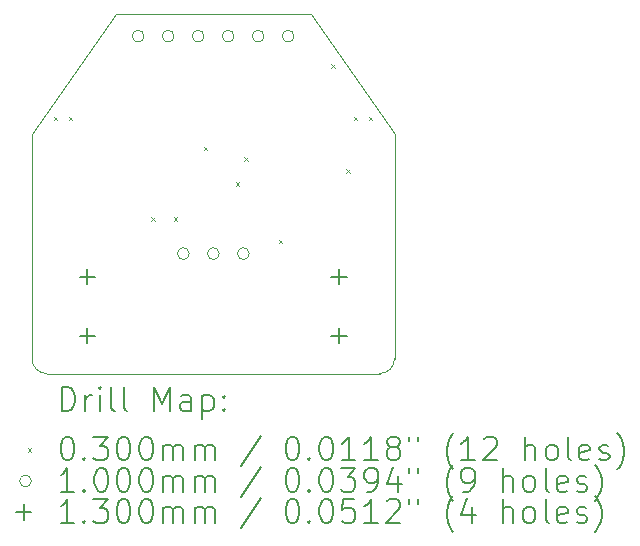
<source format=gbr>
%TF.GenerationSoftware,KiCad,Pcbnew,(6.0.7)*%
%TF.CreationDate,2022-10-10T17:10:13+03:00*%
%TF.ProjectId,DiLight_2.0,44694c69-6768-4745-9f32-2e302e6b6963,rev?*%
%TF.SameCoordinates,Original*%
%TF.FileFunction,Drillmap*%
%TF.FilePolarity,Positive*%
%FSLAX45Y45*%
G04 Gerber Fmt 4.5, Leading zero omitted, Abs format (unit mm)*
G04 Created by KiCad (PCBNEW (6.0.7)) date 2022-10-10 17:10:13*
%MOMM*%
%LPD*%
G01*
G04 APERTURE LIST*
%ADD10C,0.100000*%
%ADD11C,0.200000*%
%ADD12C,0.030000*%
%ADD13C,0.130000*%
G04 APERTURE END LIST*
D10*
X2022000Y-4572000D02*
G75*
G03*
X2149000Y-4699000I127000J0D01*
G01*
X2149000Y-4699000D02*
X4965000Y-4699000D01*
X4381500Y-1651000D02*
X5092000Y-2667000D01*
X2022000Y-2667000D02*
X2730500Y-1651000D01*
X4965000Y-4699000D02*
G75*
G03*
X5092000Y-4572000I0J127000D01*
G01*
X2730500Y-1651000D02*
X4381500Y-1651000D01*
X5092000Y-4572000D02*
X5092000Y-2667000D01*
X2022000Y-4572000D02*
X2022000Y-2667000D01*
D11*
D12*
X2207500Y-2525000D02*
X2237500Y-2555000D01*
X2237500Y-2525000D02*
X2207500Y-2555000D01*
X2334500Y-2525000D02*
X2364500Y-2555000D01*
X2364500Y-2525000D02*
X2334500Y-2555000D01*
X3031000Y-3376000D02*
X3061000Y-3406000D01*
X3061000Y-3376000D02*
X3031000Y-3406000D01*
X3221000Y-3376000D02*
X3251000Y-3406000D01*
X3251000Y-3376000D02*
X3221000Y-3406000D01*
X3477500Y-2779000D02*
X3507500Y-2809000D01*
X3507500Y-2779000D02*
X3477500Y-2809000D01*
X3747000Y-3077000D02*
X3777000Y-3107000D01*
X3777000Y-3077000D02*
X3747000Y-3107000D01*
X3817000Y-2867000D02*
X3847000Y-2897000D01*
X3847000Y-2867000D02*
X3817000Y-2897000D01*
X4112500Y-3567000D02*
X4142500Y-3597000D01*
X4142500Y-3567000D02*
X4112500Y-3597000D01*
X4557000Y-2080500D02*
X4587000Y-2110500D01*
X4587000Y-2080500D02*
X4557000Y-2110500D01*
X4684000Y-2969500D02*
X4714000Y-2999500D01*
X4714000Y-2969500D02*
X4684000Y-2999500D01*
X4747500Y-2525000D02*
X4777500Y-2555000D01*
X4777500Y-2525000D02*
X4747500Y-2555000D01*
X4874500Y-2525000D02*
X4904500Y-2555000D01*
X4904500Y-2525000D02*
X4874500Y-2555000D01*
D10*
X2971000Y-1841500D02*
G75*
G03*
X2971000Y-1841500I-50000J0D01*
G01*
X3225000Y-1841500D02*
G75*
G03*
X3225000Y-1841500I-50000J0D01*
G01*
X3353500Y-3683000D02*
G75*
G03*
X3353500Y-3683000I-50000J0D01*
G01*
X3479000Y-1841500D02*
G75*
G03*
X3479000Y-1841500I-50000J0D01*
G01*
X3607500Y-3683000D02*
G75*
G03*
X3607500Y-3683000I-50000J0D01*
G01*
X3733000Y-1841500D02*
G75*
G03*
X3733000Y-1841500I-50000J0D01*
G01*
X3861500Y-3683000D02*
G75*
G03*
X3861500Y-3683000I-50000J0D01*
G01*
X3987000Y-1841500D02*
G75*
G03*
X3987000Y-1841500I-50000J0D01*
G01*
X4241000Y-1841500D02*
G75*
G03*
X4241000Y-1841500I-50000J0D01*
G01*
D13*
X2490000Y-3812500D02*
X2490000Y-3942500D01*
X2425000Y-3877500D02*
X2555000Y-3877500D01*
X2490000Y-4312500D02*
X2490000Y-4442500D01*
X2425000Y-4377500D02*
X2555000Y-4377500D01*
X4622000Y-3812500D02*
X4622000Y-3942500D01*
X4557000Y-3877500D02*
X4687000Y-3877500D01*
X4622000Y-4312500D02*
X4622000Y-4442500D01*
X4557000Y-4377500D02*
X4687000Y-4377500D01*
D11*
X2274619Y-5014476D02*
X2274619Y-4814476D01*
X2322238Y-4814476D01*
X2350810Y-4824000D01*
X2369857Y-4843048D01*
X2379381Y-4862095D01*
X2388905Y-4900190D01*
X2388905Y-4928762D01*
X2379381Y-4966857D01*
X2369857Y-4985905D01*
X2350810Y-5004952D01*
X2322238Y-5014476D01*
X2274619Y-5014476D01*
X2474619Y-5014476D02*
X2474619Y-4881143D01*
X2474619Y-4919238D02*
X2484143Y-4900190D01*
X2493667Y-4890667D01*
X2512714Y-4881143D01*
X2531762Y-4881143D01*
X2598429Y-5014476D02*
X2598429Y-4881143D01*
X2598429Y-4814476D02*
X2588905Y-4824000D01*
X2598429Y-4833524D01*
X2607952Y-4824000D01*
X2598429Y-4814476D01*
X2598429Y-4833524D01*
X2722238Y-5014476D02*
X2703190Y-5004952D01*
X2693667Y-4985905D01*
X2693667Y-4814476D01*
X2827000Y-5014476D02*
X2807952Y-5004952D01*
X2798428Y-4985905D01*
X2798428Y-4814476D01*
X3055571Y-5014476D02*
X3055571Y-4814476D01*
X3122238Y-4957333D01*
X3188905Y-4814476D01*
X3188905Y-5014476D01*
X3369857Y-5014476D02*
X3369857Y-4909714D01*
X3360333Y-4890667D01*
X3341286Y-4881143D01*
X3303190Y-4881143D01*
X3284143Y-4890667D01*
X3369857Y-5004952D02*
X3350809Y-5014476D01*
X3303190Y-5014476D01*
X3284143Y-5004952D01*
X3274619Y-4985905D01*
X3274619Y-4966857D01*
X3284143Y-4947810D01*
X3303190Y-4938286D01*
X3350809Y-4938286D01*
X3369857Y-4928762D01*
X3465095Y-4881143D02*
X3465095Y-5081143D01*
X3465095Y-4890667D02*
X3484143Y-4881143D01*
X3522238Y-4881143D01*
X3541286Y-4890667D01*
X3550809Y-4900190D01*
X3560333Y-4919238D01*
X3560333Y-4976381D01*
X3550809Y-4995429D01*
X3541286Y-5004952D01*
X3522238Y-5014476D01*
X3484143Y-5014476D01*
X3465095Y-5004952D01*
X3646048Y-4995429D02*
X3655571Y-5004952D01*
X3646048Y-5014476D01*
X3636524Y-5004952D01*
X3646048Y-4995429D01*
X3646048Y-5014476D01*
X3646048Y-4890667D02*
X3655571Y-4900190D01*
X3646048Y-4909714D01*
X3636524Y-4900190D01*
X3646048Y-4890667D01*
X3646048Y-4909714D01*
D12*
X1987000Y-5329000D02*
X2017000Y-5359000D01*
X2017000Y-5329000D02*
X1987000Y-5359000D01*
D11*
X2312714Y-5234476D02*
X2331762Y-5234476D01*
X2350810Y-5244000D01*
X2360333Y-5253524D01*
X2369857Y-5272571D01*
X2379381Y-5310667D01*
X2379381Y-5358286D01*
X2369857Y-5396381D01*
X2360333Y-5415429D01*
X2350810Y-5424952D01*
X2331762Y-5434476D01*
X2312714Y-5434476D01*
X2293667Y-5424952D01*
X2284143Y-5415429D01*
X2274619Y-5396381D01*
X2265095Y-5358286D01*
X2265095Y-5310667D01*
X2274619Y-5272571D01*
X2284143Y-5253524D01*
X2293667Y-5244000D01*
X2312714Y-5234476D01*
X2465095Y-5415429D02*
X2474619Y-5424952D01*
X2465095Y-5434476D01*
X2455571Y-5424952D01*
X2465095Y-5415429D01*
X2465095Y-5434476D01*
X2541286Y-5234476D02*
X2665095Y-5234476D01*
X2598429Y-5310667D01*
X2627000Y-5310667D01*
X2646048Y-5320190D01*
X2655571Y-5329714D01*
X2665095Y-5348762D01*
X2665095Y-5396381D01*
X2655571Y-5415429D01*
X2646048Y-5424952D01*
X2627000Y-5434476D01*
X2569857Y-5434476D01*
X2550810Y-5424952D01*
X2541286Y-5415429D01*
X2788905Y-5234476D02*
X2807952Y-5234476D01*
X2827000Y-5244000D01*
X2836524Y-5253524D01*
X2846048Y-5272571D01*
X2855571Y-5310667D01*
X2855571Y-5358286D01*
X2846048Y-5396381D01*
X2836524Y-5415429D01*
X2827000Y-5424952D01*
X2807952Y-5434476D01*
X2788905Y-5434476D01*
X2769857Y-5424952D01*
X2760333Y-5415429D01*
X2750810Y-5396381D01*
X2741286Y-5358286D01*
X2741286Y-5310667D01*
X2750810Y-5272571D01*
X2760333Y-5253524D01*
X2769857Y-5244000D01*
X2788905Y-5234476D01*
X2979381Y-5234476D02*
X2998428Y-5234476D01*
X3017476Y-5244000D01*
X3027000Y-5253524D01*
X3036524Y-5272571D01*
X3046048Y-5310667D01*
X3046048Y-5358286D01*
X3036524Y-5396381D01*
X3027000Y-5415429D01*
X3017476Y-5424952D01*
X2998428Y-5434476D01*
X2979381Y-5434476D01*
X2960333Y-5424952D01*
X2950809Y-5415429D01*
X2941286Y-5396381D01*
X2931762Y-5358286D01*
X2931762Y-5310667D01*
X2941286Y-5272571D01*
X2950809Y-5253524D01*
X2960333Y-5244000D01*
X2979381Y-5234476D01*
X3131762Y-5434476D02*
X3131762Y-5301143D01*
X3131762Y-5320190D02*
X3141286Y-5310667D01*
X3160333Y-5301143D01*
X3188905Y-5301143D01*
X3207952Y-5310667D01*
X3217476Y-5329714D01*
X3217476Y-5434476D01*
X3217476Y-5329714D02*
X3227000Y-5310667D01*
X3246048Y-5301143D01*
X3274619Y-5301143D01*
X3293667Y-5310667D01*
X3303190Y-5329714D01*
X3303190Y-5434476D01*
X3398428Y-5434476D02*
X3398428Y-5301143D01*
X3398428Y-5320190D02*
X3407952Y-5310667D01*
X3427000Y-5301143D01*
X3455571Y-5301143D01*
X3474619Y-5310667D01*
X3484143Y-5329714D01*
X3484143Y-5434476D01*
X3484143Y-5329714D02*
X3493667Y-5310667D01*
X3512714Y-5301143D01*
X3541286Y-5301143D01*
X3560333Y-5310667D01*
X3569857Y-5329714D01*
X3569857Y-5434476D01*
X3960333Y-5224952D02*
X3788905Y-5482095D01*
X4217476Y-5234476D02*
X4236524Y-5234476D01*
X4255571Y-5244000D01*
X4265095Y-5253524D01*
X4274619Y-5272571D01*
X4284143Y-5310667D01*
X4284143Y-5358286D01*
X4274619Y-5396381D01*
X4265095Y-5415429D01*
X4255571Y-5424952D01*
X4236524Y-5434476D01*
X4217476Y-5434476D01*
X4198429Y-5424952D01*
X4188905Y-5415429D01*
X4179381Y-5396381D01*
X4169857Y-5358286D01*
X4169857Y-5310667D01*
X4179381Y-5272571D01*
X4188905Y-5253524D01*
X4198429Y-5244000D01*
X4217476Y-5234476D01*
X4369857Y-5415429D02*
X4379381Y-5424952D01*
X4369857Y-5434476D01*
X4360333Y-5424952D01*
X4369857Y-5415429D01*
X4369857Y-5434476D01*
X4503190Y-5234476D02*
X4522238Y-5234476D01*
X4541286Y-5244000D01*
X4550810Y-5253524D01*
X4560333Y-5272571D01*
X4569857Y-5310667D01*
X4569857Y-5358286D01*
X4560333Y-5396381D01*
X4550810Y-5415429D01*
X4541286Y-5424952D01*
X4522238Y-5434476D01*
X4503190Y-5434476D01*
X4484143Y-5424952D01*
X4474619Y-5415429D01*
X4465095Y-5396381D01*
X4455571Y-5358286D01*
X4455571Y-5310667D01*
X4465095Y-5272571D01*
X4474619Y-5253524D01*
X4484143Y-5244000D01*
X4503190Y-5234476D01*
X4760333Y-5434476D02*
X4646048Y-5434476D01*
X4703190Y-5434476D02*
X4703190Y-5234476D01*
X4684143Y-5263048D01*
X4665095Y-5282095D01*
X4646048Y-5291619D01*
X4950810Y-5434476D02*
X4836524Y-5434476D01*
X4893667Y-5434476D02*
X4893667Y-5234476D01*
X4874619Y-5263048D01*
X4855571Y-5282095D01*
X4836524Y-5291619D01*
X5065095Y-5320190D02*
X5046048Y-5310667D01*
X5036524Y-5301143D01*
X5027000Y-5282095D01*
X5027000Y-5272571D01*
X5036524Y-5253524D01*
X5046048Y-5244000D01*
X5065095Y-5234476D01*
X5103190Y-5234476D01*
X5122238Y-5244000D01*
X5131762Y-5253524D01*
X5141286Y-5272571D01*
X5141286Y-5282095D01*
X5131762Y-5301143D01*
X5122238Y-5310667D01*
X5103190Y-5320190D01*
X5065095Y-5320190D01*
X5046048Y-5329714D01*
X5036524Y-5339238D01*
X5027000Y-5358286D01*
X5027000Y-5396381D01*
X5036524Y-5415429D01*
X5046048Y-5424952D01*
X5065095Y-5434476D01*
X5103190Y-5434476D01*
X5122238Y-5424952D01*
X5131762Y-5415429D01*
X5141286Y-5396381D01*
X5141286Y-5358286D01*
X5131762Y-5339238D01*
X5122238Y-5329714D01*
X5103190Y-5320190D01*
X5217476Y-5234476D02*
X5217476Y-5272571D01*
X5293667Y-5234476D02*
X5293667Y-5272571D01*
X5588905Y-5510667D02*
X5579381Y-5501143D01*
X5560333Y-5472571D01*
X5550810Y-5453524D01*
X5541286Y-5424952D01*
X5531762Y-5377333D01*
X5531762Y-5339238D01*
X5541286Y-5291619D01*
X5550810Y-5263048D01*
X5560333Y-5244000D01*
X5579381Y-5215429D01*
X5588905Y-5205905D01*
X5769857Y-5434476D02*
X5655571Y-5434476D01*
X5712714Y-5434476D02*
X5712714Y-5234476D01*
X5693667Y-5263048D01*
X5674619Y-5282095D01*
X5655571Y-5291619D01*
X5846048Y-5253524D02*
X5855571Y-5244000D01*
X5874619Y-5234476D01*
X5922238Y-5234476D01*
X5941286Y-5244000D01*
X5950809Y-5253524D01*
X5960333Y-5272571D01*
X5960333Y-5291619D01*
X5950809Y-5320190D01*
X5836524Y-5434476D01*
X5960333Y-5434476D01*
X6198428Y-5434476D02*
X6198428Y-5234476D01*
X6284143Y-5434476D02*
X6284143Y-5329714D01*
X6274619Y-5310667D01*
X6255571Y-5301143D01*
X6227000Y-5301143D01*
X6207952Y-5310667D01*
X6198428Y-5320190D01*
X6407952Y-5434476D02*
X6388905Y-5424952D01*
X6379381Y-5415429D01*
X6369857Y-5396381D01*
X6369857Y-5339238D01*
X6379381Y-5320190D01*
X6388905Y-5310667D01*
X6407952Y-5301143D01*
X6436524Y-5301143D01*
X6455571Y-5310667D01*
X6465095Y-5320190D01*
X6474619Y-5339238D01*
X6474619Y-5396381D01*
X6465095Y-5415429D01*
X6455571Y-5424952D01*
X6436524Y-5434476D01*
X6407952Y-5434476D01*
X6588905Y-5434476D02*
X6569857Y-5424952D01*
X6560333Y-5405905D01*
X6560333Y-5234476D01*
X6741286Y-5424952D02*
X6722238Y-5434476D01*
X6684143Y-5434476D01*
X6665095Y-5424952D01*
X6655571Y-5405905D01*
X6655571Y-5329714D01*
X6665095Y-5310667D01*
X6684143Y-5301143D01*
X6722238Y-5301143D01*
X6741286Y-5310667D01*
X6750809Y-5329714D01*
X6750809Y-5348762D01*
X6655571Y-5367810D01*
X6827000Y-5424952D02*
X6846048Y-5434476D01*
X6884143Y-5434476D01*
X6903190Y-5424952D01*
X6912714Y-5405905D01*
X6912714Y-5396381D01*
X6903190Y-5377333D01*
X6884143Y-5367810D01*
X6855571Y-5367810D01*
X6836524Y-5358286D01*
X6827000Y-5339238D01*
X6827000Y-5329714D01*
X6836524Y-5310667D01*
X6855571Y-5301143D01*
X6884143Y-5301143D01*
X6903190Y-5310667D01*
X6979381Y-5510667D02*
X6988905Y-5501143D01*
X7007952Y-5472571D01*
X7017476Y-5453524D01*
X7027000Y-5424952D01*
X7036524Y-5377333D01*
X7036524Y-5339238D01*
X7027000Y-5291619D01*
X7017476Y-5263048D01*
X7007952Y-5244000D01*
X6988905Y-5215429D01*
X6979381Y-5205905D01*
D10*
X2017000Y-5608000D02*
G75*
G03*
X2017000Y-5608000I-50000J0D01*
G01*
D11*
X2379381Y-5698476D02*
X2265095Y-5698476D01*
X2322238Y-5698476D02*
X2322238Y-5498476D01*
X2303190Y-5527048D01*
X2284143Y-5546095D01*
X2265095Y-5555619D01*
X2465095Y-5679428D02*
X2474619Y-5688952D01*
X2465095Y-5698476D01*
X2455571Y-5688952D01*
X2465095Y-5679428D01*
X2465095Y-5698476D01*
X2598429Y-5498476D02*
X2617476Y-5498476D01*
X2636524Y-5508000D01*
X2646048Y-5517524D01*
X2655571Y-5536571D01*
X2665095Y-5574667D01*
X2665095Y-5622286D01*
X2655571Y-5660381D01*
X2646048Y-5679428D01*
X2636524Y-5688952D01*
X2617476Y-5698476D01*
X2598429Y-5698476D01*
X2579381Y-5688952D01*
X2569857Y-5679428D01*
X2560333Y-5660381D01*
X2550810Y-5622286D01*
X2550810Y-5574667D01*
X2560333Y-5536571D01*
X2569857Y-5517524D01*
X2579381Y-5508000D01*
X2598429Y-5498476D01*
X2788905Y-5498476D02*
X2807952Y-5498476D01*
X2827000Y-5508000D01*
X2836524Y-5517524D01*
X2846048Y-5536571D01*
X2855571Y-5574667D01*
X2855571Y-5622286D01*
X2846048Y-5660381D01*
X2836524Y-5679428D01*
X2827000Y-5688952D01*
X2807952Y-5698476D01*
X2788905Y-5698476D01*
X2769857Y-5688952D01*
X2760333Y-5679428D01*
X2750810Y-5660381D01*
X2741286Y-5622286D01*
X2741286Y-5574667D01*
X2750810Y-5536571D01*
X2760333Y-5517524D01*
X2769857Y-5508000D01*
X2788905Y-5498476D01*
X2979381Y-5498476D02*
X2998428Y-5498476D01*
X3017476Y-5508000D01*
X3027000Y-5517524D01*
X3036524Y-5536571D01*
X3046048Y-5574667D01*
X3046048Y-5622286D01*
X3036524Y-5660381D01*
X3027000Y-5679428D01*
X3017476Y-5688952D01*
X2998428Y-5698476D01*
X2979381Y-5698476D01*
X2960333Y-5688952D01*
X2950809Y-5679428D01*
X2941286Y-5660381D01*
X2931762Y-5622286D01*
X2931762Y-5574667D01*
X2941286Y-5536571D01*
X2950809Y-5517524D01*
X2960333Y-5508000D01*
X2979381Y-5498476D01*
X3131762Y-5698476D02*
X3131762Y-5565143D01*
X3131762Y-5584190D02*
X3141286Y-5574667D01*
X3160333Y-5565143D01*
X3188905Y-5565143D01*
X3207952Y-5574667D01*
X3217476Y-5593714D01*
X3217476Y-5698476D01*
X3217476Y-5593714D02*
X3227000Y-5574667D01*
X3246048Y-5565143D01*
X3274619Y-5565143D01*
X3293667Y-5574667D01*
X3303190Y-5593714D01*
X3303190Y-5698476D01*
X3398428Y-5698476D02*
X3398428Y-5565143D01*
X3398428Y-5584190D02*
X3407952Y-5574667D01*
X3427000Y-5565143D01*
X3455571Y-5565143D01*
X3474619Y-5574667D01*
X3484143Y-5593714D01*
X3484143Y-5698476D01*
X3484143Y-5593714D02*
X3493667Y-5574667D01*
X3512714Y-5565143D01*
X3541286Y-5565143D01*
X3560333Y-5574667D01*
X3569857Y-5593714D01*
X3569857Y-5698476D01*
X3960333Y-5488952D02*
X3788905Y-5746095D01*
X4217476Y-5498476D02*
X4236524Y-5498476D01*
X4255571Y-5508000D01*
X4265095Y-5517524D01*
X4274619Y-5536571D01*
X4284143Y-5574667D01*
X4284143Y-5622286D01*
X4274619Y-5660381D01*
X4265095Y-5679428D01*
X4255571Y-5688952D01*
X4236524Y-5698476D01*
X4217476Y-5698476D01*
X4198429Y-5688952D01*
X4188905Y-5679428D01*
X4179381Y-5660381D01*
X4169857Y-5622286D01*
X4169857Y-5574667D01*
X4179381Y-5536571D01*
X4188905Y-5517524D01*
X4198429Y-5508000D01*
X4217476Y-5498476D01*
X4369857Y-5679428D02*
X4379381Y-5688952D01*
X4369857Y-5698476D01*
X4360333Y-5688952D01*
X4369857Y-5679428D01*
X4369857Y-5698476D01*
X4503190Y-5498476D02*
X4522238Y-5498476D01*
X4541286Y-5508000D01*
X4550810Y-5517524D01*
X4560333Y-5536571D01*
X4569857Y-5574667D01*
X4569857Y-5622286D01*
X4560333Y-5660381D01*
X4550810Y-5679428D01*
X4541286Y-5688952D01*
X4522238Y-5698476D01*
X4503190Y-5698476D01*
X4484143Y-5688952D01*
X4474619Y-5679428D01*
X4465095Y-5660381D01*
X4455571Y-5622286D01*
X4455571Y-5574667D01*
X4465095Y-5536571D01*
X4474619Y-5517524D01*
X4484143Y-5508000D01*
X4503190Y-5498476D01*
X4636524Y-5498476D02*
X4760333Y-5498476D01*
X4693667Y-5574667D01*
X4722238Y-5574667D01*
X4741286Y-5584190D01*
X4750810Y-5593714D01*
X4760333Y-5612762D01*
X4760333Y-5660381D01*
X4750810Y-5679428D01*
X4741286Y-5688952D01*
X4722238Y-5698476D01*
X4665095Y-5698476D01*
X4646048Y-5688952D01*
X4636524Y-5679428D01*
X4855571Y-5698476D02*
X4893667Y-5698476D01*
X4912714Y-5688952D01*
X4922238Y-5679428D01*
X4941286Y-5650857D01*
X4950810Y-5612762D01*
X4950810Y-5536571D01*
X4941286Y-5517524D01*
X4931762Y-5508000D01*
X4912714Y-5498476D01*
X4874619Y-5498476D01*
X4855571Y-5508000D01*
X4846048Y-5517524D01*
X4836524Y-5536571D01*
X4836524Y-5584190D01*
X4846048Y-5603238D01*
X4855571Y-5612762D01*
X4874619Y-5622286D01*
X4912714Y-5622286D01*
X4931762Y-5612762D01*
X4941286Y-5603238D01*
X4950810Y-5584190D01*
X5122238Y-5565143D02*
X5122238Y-5698476D01*
X5074619Y-5488952D02*
X5027000Y-5631809D01*
X5150810Y-5631809D01*
X5217476Y-5498476D02*
X5217476Y-5536571D01*
X5293667Y-5498476D02*
X5293667Y-5536571D01*
X5588905Y-5774667D02*
X5579381Y-5765143D01*
X5560333Y-5736571D01*
X5550810Y-5717524D01*
X5541286Y-5688952D01*
X5531762Y-5641333D01*
X5531762Y-5603238D01*
X5541286Y-5555619D01*
X5550810Y-5527048D01*
X5560333Y-5508000D01*
X5579381Y-5479429D01*
X5588905Y-5469905D01*
X5674619Y-5698476D02*
X5712714Y-5698476D01*
X5731762Y-5688952D01*
X5741286Y-5679428D01*
X5760333Y-5650857D01*
X5769857Y-5612762D01*
X5769857Y-5536571D01*
X5760333Y-5517524D01*
X5750809Y-5508000D01*
X5731762Y-5498476D01*
X5693667Y-5498476D01*
X5674619Y-5508000D01*
X5665095Y-5517524D01*
X5655571Y-5536571D01*
X5655571Y-5584190D01*
X5665095Y-5603238D01*
X5674619Y-5612762D01*
X5693667Y-5622286D01*
X5731762Y-5622286D01*
X5750809Y-5612762D01*
X5760333Y-5603238D01*
X5769857Y-5584190D01*
X6007952Y-5698476D02*
X6007952Y-5498476D01*
X6093667Y-5698476D02*
X6093667Y-5593714D01*
X6084143Y-5574667D01*
X6065095Y-5565143D01*
X6036524Y-5565143D01*
X6017476Y-5574667D01*
X6007952Y-5584190D01*
X6217476Y-5698476D02*
X6198428Y-5688952D01*
X6188905Y-5679428D01*
X6179381Y-5660381D01*
X6179381Y-5603238D01*
X6188905Y-5584190D01*
X6198428Y-5574667D01*
X6217476Y-5565143D01*
X6246048Y-5565143D01*
X6265095Y-5574667D01*
X6274619Y-5584190D01*
X6284143Y-5603238D01*
X6284143Y-5660381D01*
X6274619Y-5679428D01*
X6265095Y-5688952D01*
X6246048Y-5698476D01*
X6217476Y-5698476D01*
X6398428Y-5698476D02*
X6379381Y-5688952D01*
X6369857Y-5669905D01*
X6369857Y-5498476D01*
X6550809Y-5688952D02*
X6531762Y-5698476D01*
X6493667Y-5698476D01*
X6474619Y-5688952D01*
X6465095Y-5669905D01*
X6465095Y-5593714D01*
X6474619Y-5574667D01*
X6493667Y-5565143D01*
X6531762Y-5565143D01*
X6550809Y-5574667D01*
X6560333Y-5593714D01*
X6560333Y-5612762D01*
X6465095Y-5631809D01*
X6636524Y-5688952D02*
X6655571Y-5698476D01*
X6693667Y-5698476D01*
X6712714Y-5688952D01*
X6722238Y-5669905D01*
X6722238Y-5660381D01*
X6712714Y-5641333D01*
X6693667Y-5631809D01*
X6665095Y-5631809D01*
X6646048Y-5622286D01*
X6636524Y-5603238D01*
X6636524Y-5593714D01*
X6646048Y-5574667D01*
X6665095Y-5565143D01*
X6693667Y-5565143D01*
X6712714Y-5574667D01*
X6788905Y-5774667D02*
X6798428Y-5765143D01*
X6817476Y-5736571D01*
X6827000Y-5717524D01*
X6836524Y-5688952D01*
X6846048Y-5641333D01*
X6846048Y-5603238D01*
X6836524Y-5555619D01*
X6827000Y-5527048D01*
X6817476Y-5508000D01*
X6798428Y-5479429D01*
X6788905Y-5469905D01*
D13*
X1952000Y-5807000D02*
X1952000Y-5937000D01*
X1887000Y-5872000D02*
X2017000Y-5872000D01*
D11*
X2379381Y-5962476D02*
X2265095Y-5962476D01*
X2322238Y-5962476D02*
X2322238Y-5762476D01*
X2303190Y-5791048D01*
X2284143Y-5810095D01*
X2265095Y-5819619D01*
X2465095Y-5943428D02*
X2474619Y-5952952D01*
X2465095Y-5962476D01*
X2455571Y-5952952D01*
X2465095Y-5943428D01*
X2465095Y-5962476D01*
X2541286Y-5762476D02*
X2665095Y-5762476D01*
X2598429Y-5838667D01*
X2627000Y-5838667D01*
X2646048Y-5848190D01*
X2655571Y-5857714D01*
X2665095Y-5876762D01*
X2665095Y-5924381D01*
X2655571Y-5943428D01*
X2646048Y-5952952D01*
X2627000Y-5962476D01*
X2569857Y-5962476D01*
X2550810Y-5952952D01*
X2541286Y-5943428D01*
X2788905Y-5762476D02*
X2807952Y-5762476D01*
X2827000Y-5772000D01*
X2836524Y-5781524D01*
X2846048Y-5800571D01*
X2855571Y-5838667D01*
X2855571Y-5886286D01*
X2846048Y-5924381D01*
X2836524Y-5943428D01*
X2827000Y-5952952D01*
X2807952Y-5962476D01*
X2788905Y-5962476D01*
X2769857Y-5952952D01*
X2760333Y-5943428D01*
X2750810Y-5924381D01*
X2741286Y-5886286D01*
X2741286Y-5838667D01*
X2750810Y-5800571D01*
X2760333Y-5781524D01*
X2769857Y-5772000D01*
X2788905Y-5762476D01*
X2979381Y-5762476D02*
X2998428Y-5762476D01*
X3017476Y-5772000D01*
X3027000Y-5781524D01*
X3036524Y-5800571D01*
X3046048Y-5838667D01*
X3046048Y-5886286D01*
X3036524Y-5924381D01*
X3027000Y-5943428D01*
X3017476Y-5952952D01*
X2998428Y-5962476D01*
X2979381Y-5962476D01*
X2960333Y-5952952D01*
X2950809Y-5943428D01*
X2941286Y-5924381D01*
X2931762Y-5886286D01*
X2931762Y-5838667D01*
X2941286Y-5800571D01*
X2950809Y-5781524D01*
X2960333Y-5772000D01*
X2979381Y-5762476D01*
X3131762Y-5962476D02*
X3131762Y-5829143D01*
X3131762Y-5848190D02*
X3141286Y-5838667D01*
X3160333Y-5829143D01*
X3188905Y-5829143D01*
X3207952Y-5838667D01*
X3217476Y-5857714D01*
X3217476Y-5962476D01*
X3217476Y-5857714D02*
X3227000Y-5838667D01*
X3246048Y-5829143D01*
X3274619Y-5829143D01*
X3293667Y-5838667D01*
X3303190Y-5857714D01*
X3303190Y-5962476D01*
X3398428Y-5962476D02*
X3398428Y-5829143D01*
X3398428Y-5848190D02*
X3407952Y-5838667D01*
X3427000Y-5829143D01*
X3455571Y-5829143D01*
X3474619Y-5838667D01*
X3484143Y-5857714D01*
X3484143Y-5962476D01*
X3484143Y-5857714D02*
X3493667Y-5838667D01*
X3512714Y-5829143D01*
X3541286Y-5829143D01*
X3560333Y-5838667D01*
X3569857Y-5857714D01*
X3569857Y-5962476D01*
X3960333Y-5752952D02*
X3788905Y-6010095D01*
X4217476Y-5762476D02*
X4236524Y-5762476D01*
X4255571Y-5772000D01*
X4265095Y-5781524D01*
X4274619Y-5800571D01*
X4284143Y-5838667D01*
X4284143Y-5886286D01*
X4274619Y-5924381D01*
X4265095Y-5943428D01*
X4255571Y-5952952D01*
X4236524Y-5962476D01*
X4217476Y-5962476D01*
X4198429Y-5952952D01*
X4188905Y-5943428D01*
X4179381Y-5924381D01*
X4169857Y-5886286D01*
X4169857Y-5838667D01*
X4179381Y-5800571D01*
X4188905Y-5781524D01*
X4198429Y-5772000D01*
X4217476Y-5762476D01*
X4369857Y-5943428D02*
X4379381Y-5952952D01*
X4369857Y-5962476D01*
X4360333Y-5952952D01*
X4369857Y-5943428D01*
X4369857Y-5962476D01*
X4503190Y-5762476D02*
X4522238Y-5762476D01*
X4541286Y-5772000D01*
X4550810Y-5781524D01*
X4560333Y-5800571D01*
X4569857Y-5838667D01*
X4569857Y-5886286D01*
X4560333Y-5924381D01*
X4550810Y-5943428D01*
X4541286Y-5952952D01*
X4522238Y-5962476D01*
X4503190Y-5962476D01*
X4484143Y-5952952D01*
X4474619Y-5943428D01*
X4465095Y-5924381D01*
X4455571Y-5886286D01*
X4455571Y-5838667D01*
X4465095Y-5800571D01*
X4474619Y-5781524D01*
X4484143Y-5772000D01*
X4503190Y-5762476D01*
X4750810Y-5762476D02*
X4655571Y-5762476D01*
X4646048Y-5857714D01*
X4655571Y-5848190D01*
X4674619Y-5838667D01*
X4722238Y-5838667D01*
X4741286Y-5848190D01*
X4750810Y-5857714D01*
X4760333Y-5876762D01*
X4760333Y-5924381D01*
X4750810Y-5943428D01*
X4741286Y-5952952D01*
X4722238Y-5962476D01*
X4674619Y-5962476D01*
X4655571Y-5952952D01*
X4646048Y-5943428D01*
X4950810Y-5962476D02*
X4836524Y-5962476D01*
X4893667Y-5962476D02*
X4893667Y-5762476D01*
X4874619Y-5791048D01*
X4855571Y-5810095D01*
X4836524Y-5819619D01*
X5027000Y-5781524D02*
X5036524Y-5772000D01*
X5055571Y-5762476D01*
X5103190Y-5762476D01*
X5122238Y-5772000D01*
X5131762Y-5781524D01*
X5141286Y-5800571D01*
X5141286Y-5819619D01*
X5131762Y-5848190D01*
X5017476Y-5962476D01*
X5141286Y-5962476D01*
X5217476Y-5762476D02*
X5217476Y-5800571D01*
X5293667Y-5762476D02*
X5293667Y-5800571D01*
X5588905Y-6038667D02*
X5579381Y-6029143D01*
X5560333Y-6000571D01*
X5550810Y-5981524D01*
X5541286Y-5952952D01*
X5531762Y-5905333D01*
X5531762Y-5867238D01*
X5541286Y-5819619D01*
X5550810Y-5791048D01*
X5560333Y-5772000D01*
X5579381Y-5743428D01*
X5588905Y-5733905D01*
X5750809Y-5829143D02*
X5750809Y-5962476D01*
X5703190Y-5752952D02*
X5655571Y-5895809D01*
X5779381Y-5895809D01*
X6007952Y-5962476D02*
X6007952Y-5762476D01*
X6093667Y-5962476D02*
X6093667Y-5857714D01*
X6084143Y-5838667D01*
X6065095Y-5829143D01*
X6036524Y-5829143D01*
X6017476Y-5838667D01*
X6007952Y-5848190D01*
X6217476Y-5962476D02*
X6198428Y-5952952D01*
X6188905Y-5943428D01*
X6179381Y-5924381D01*
X6179381Y-5867238D01*
X6188905Y-5848190D01*
X6198428Y-5838667D01*
X6217476Y-5829143D01*
X6246048Y-5829143D01*
X6265095Y-5838667D01*
X6274619Y-5848190D01*
X6284143Y-5867238D01*
X6284143Y-5924381D01*
X6274619Y-5943428D01*
X6265095Y-5952952D01*
X6246048Y-5962476D01*
X6217476Y-5962476D01*
X6398428Y-5962476D02*
X6379381Y-5952952D01*
X6369857Y-5933905D01*
X6369857Y-5762476D01*
X6550809Y-5952952D02*
X6531762Y-5962476D01*
X6493667Y-5962476D01*
X6474619Y-5952952D01*
X6465095Y-5933905D01*
X6465095Y-5857714D01*
X6474619Y-5838667D01*
X6493667Y-5829143D01*
X6531762Y-5829143D01*
X6550809Y-5838667D01*
X6560333Y-5857714D01*
X6560333Y-5876762D01*
X6465095Y-5895809D01*
X6636524Y-5952952D02*
X6655571Y-5962476D01*
X6693667Y-5962476D01*
X6712714Y-5952952D01*
X6722238Y-5933905D01*
X6722238Y-5924381D01*
X6712714Y-5905333D01*
X6693667Y-5895809D01*
X6665095Y-5895809D01*
X6646048Y-5886286D01*
X6636524Y-5867238D01*
X6636524Y-5857714D01*
X6646048Y-5838667D01*
X6665095Y-5829143D01*
X6693667Y-5829143D01*
X6712714Y-5838667D01*
X6788905Y-6038667D02*
X6798428Y-6029143D01*
X6817476Y-6000571D01*
X6827000Y-5981524D01*
X6836524Y-5952952D01*
X6846048Y-5905333D01*
X6846048Y-5867238D01*
X6836524Y-5819619D01*
X6827000Y-5791048D01*
X6817476Y-5772000D01*
X6798428Y-5743428D01*
X6788905Y-5733905D01*
M02*

</source>
